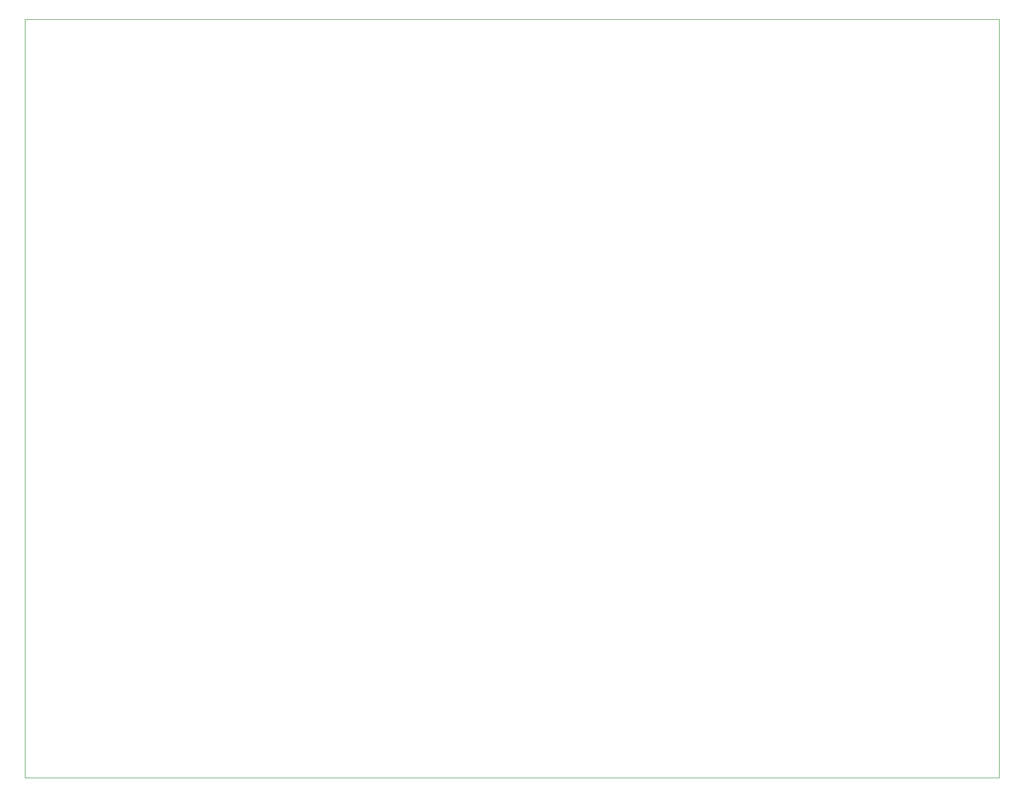
<source format=gbr>
%TF.GenerationSoftware,KiCad,Pcbnew,7.0.2-6a45011f42~172~ubuntu22.04.1*%
%TF.CreationDate,2023-04-27T13:30:22+02:00*%
%TF.ProjectId,Grup3_Tarda_Projecte_Netejaparabrises,47727570-335f-4546-9172-64615f50726f,1.4.27042023*%
%TF.SameCoordinates,Original*%
%TF.FileFunction,Profile,NP*%
%FSLAX46Y46*%
G04 Gerber Fmt 4.6, Leading zero omitted, Abs format (unit mm)*
G04 Created by KiCad (PCBNEW 7.0.2-6a45011f42~172~ubuntu22.04.1) date 2023-04-27 13:30:22*
%MOMM*%
%LPD*%
G01*
G04 APERTURE LIST*
%TA.AperFunction,Profile*%
%ADD10C,0.100000*%
%TD*%
G04 APERTURE END LIST*
D10*
X53360000Y-32730000D02*
X215720000Y-32730000D01*
X215720000Y-159180000D01*
X53360000Y-159180000D01*
X53360000Y-32730000D01*
M02*

</source>
